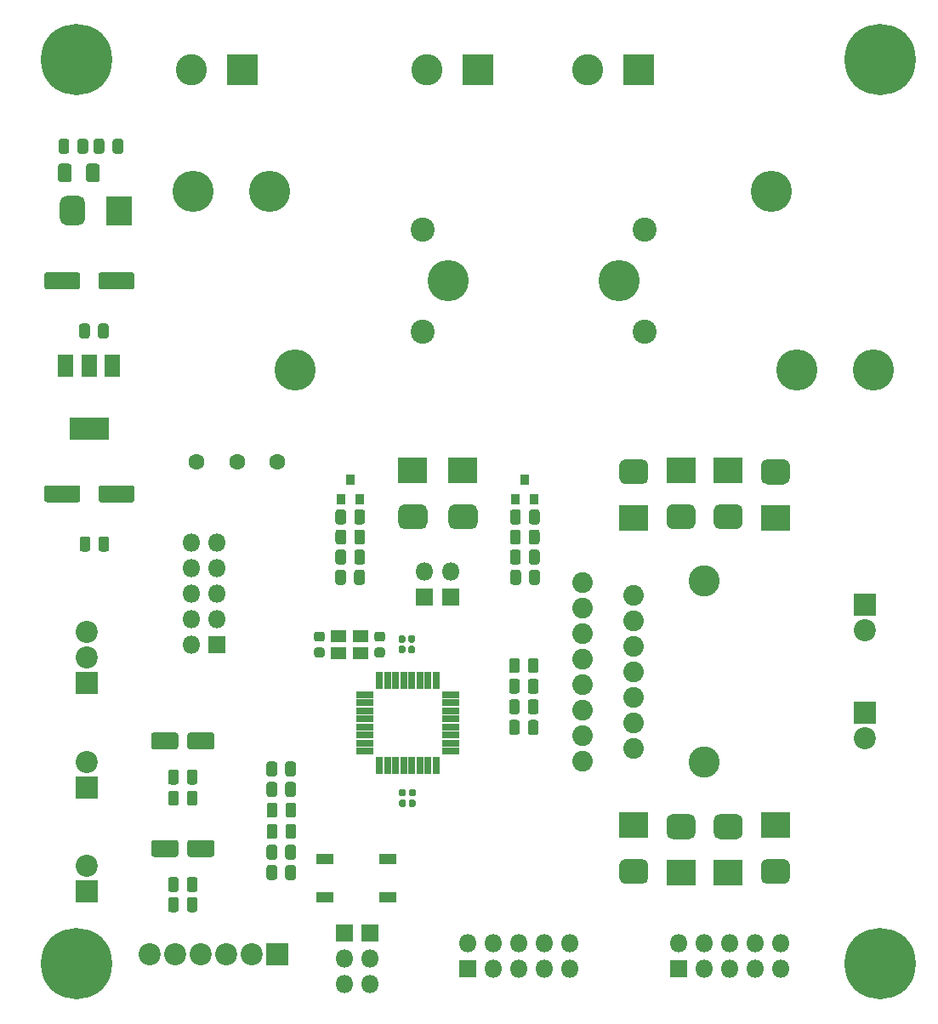
<source format=gbr>
%TF.GenerationSoftware,KiCad,Pcbnew,(5.1.6)-1*%
%TF.CreationDate,2022-04-28T16:11:12+09:00*%
%TF.ProjectId,FP-2500_TCU1000_V1.1,46502d32-3530-4305-9f54-435531303030,rev?*%
%TF.SameCoordinates,Original*%
%TF.FileFunction,Soldermask,Top*%
%TF.FilePolarity,Negative*%
%FSLAX46Y46*%
G04 Gerber Fmt 4.6, Leading zero omitted, Abs format (unit mm)*
G04 Created by KiCad (PCBNEW (5.1.6)-1) date 2022-04-28 16:11:12*
%MOMM*%
%LPD*%
G01*
G04 APERTURE LIST*
%ADD10C,3.100000*%
%ADD11O,1.800000X1.800000*%
%ADD12R,1.800000X1.800000*%
%ADD13C,4.100000*%
%ADD14C,2.400000*%
%ADD15C,2.200000*%
%ADD16R,2.200000X2.200000*%
%ADD17R,3.100000X3.100000*%
%ADD18R,1.700000X0.650000*%
%ADD19R,0.650000X1.700000*%
%ADD20R,1.500000X1.300000*%
%ADD21C,2.050000*%
%ADD22R,3.900000X2.300000*%
%ADD23R,1.600000X2.300000*%
%ADD24C,1.600000*%
%ADD25R,1.800000X1.100000*%
%ADD26R,0.900000X1.000000*%
%ADD27C,0.900000*%
%ADD28C,7.100000*%
%ADD29R,2.900000X2.500000*%
%ADD30R,2.500000X2.900000*%
G04 APERTURE END LIST*
D10*
%TO.C,HS1*%
X89500000Y-164900000D03*
X89500000Y-146900000D03*
%TD*%
D11*
%TO.C,J1*%
X76160000Y-182960000D03*
X76160000Y-185500000D03*
X73620000Y-182960000D03*
X73620000Y-185500000D03*
X71080000Y-182960000D03*
X71080000Y-185500000D03*
X68540000Y-182960000D03*
X68540000Y-185500000D03*
X66000000Y-182960000D03*
D12*
X66000000Y-185500000D03*
%TD*%
D11*
%TO.C,J2*%
X97160000Y-182960000D03*
X97160000Y-185500000D03*
X94620000Y-182960000D03*
X94620000Y-185500000D03*
X92080000Y-182960000D03*
X92080000Y-185500000D03*
X89540000Y-182960000D03*
X89540000Y-185500000D03*
X87000000Y-182960000D03*
D12*
X87000000Y-185500000D03*
%TD*%
D11*
%TO.C,J6*%
X38460000Y-143090000D03*
X41000000Y-143090000D03*
X38460000Y-145630000D03*
X41000000Y-145630000D03*
X38460000Y-148170000D03*
X41000000Y-148170000D03*
X38460000Y-150710000D03*
X41000000Y-150710000D03*
X38460000Y-153250000D03*
D12*
X41000000Y-153250000D03*
%TD*%
D11*
%TO.C,JP4*%
X53710000Y-187030000D03*
X53710000Y-184490000D03*
D12*
X53710000Y-181950000D03*
%TD*%
D13*
%TO.C,RLY1*%
X38660000Y-108100000D03*
X48800000Y-125900000D03*
D14*
X61460000Y-122100000D03*
D13*
X64000000Y-117000000D03*
D14*
X61460000Y-111900000D03*
D13*
X46260000Y-108100000D03*
%TD*%
%TO.C,C6*%
G36*
G01*
X60090000Y-169197500D02*
X60090000Y-168802500D01*
G75*
G02*
X60262500Y-168630000I172500J0D01*
G01*
X60607500Y-168630000D01*
G75*
G02*
X60780000Y-168802500I0J-172500D01*
G01*
X60780000Y-169197500D01*
G75*
G02*
X60607500Y-169370000I-172500J0D01*
G01*
X60262500Y-169370000D01*
G75*
G02*
X60090000Y-169197500I0J172500D01*
G01*
G37*
G36*
G01*
X59120000Y-169197500D02*
X59120000Y-168802500D01*
G75*
G02*
X59292500Y-168630000I172500J0D01*
G01*
X59637500Y-168630000D01*
G75*
G02*
X59810000Y-168802500I0J-172500D01*
G01*
X59810000Y-169197500D01*
G75*
G02*
X59637500Y-169370000I-172500J0D01*
G01*
X59292500Y-169370000D01*
G75*
G02*
X59120000Y-169197500I0J172500D01*
G01*
G37*
%TD*%
%TO.C,C8*%
G36*
G01*
X59760000Y-152452500D02*
X59760000Y-152847500D01*
G75*
G02*
X59587500Y-153020000I-172500J0D01*
G01*
X59242500Y-153020000D01*
G75*
G02*
X59070000Y-152847500I0J172500D01*
G01*
X59070000Y-152452500D01*
G75*
G02*
X59242500Y-152280000I172500J0D01*
G01*
X59587500Y-152280000D01*
G75*
G02*
X59760000Y-152452500I0J-172500D01*
G01*
G37*
G36*
G01*
X60730000Y-152452500D02*
X60730000Y-152847500D01*
G75*
G02*
X60557500Y-153020000I-172500J0D01*
G01*
X60212500Y-153020000D01*
G75*
G02*
X60040000Y-152847500I0J172500D01*
G01*
X60040000Y-152452500D01*
G75*
G02*
X60212500Y-152280000I172500J0D01*
G01*
X60557500Y-152280000D01*
G75*
G02*
X60730000Y-152452500I0J-172500D01*
G01*
G37*
%TD*%
%TO.C,C7*%
G36*
G01*
X59760000Y-153502500D02*
X59760000Y-153897500D01*
G75*
G02*
X59587500Y-154070000I-172500J0D01*
G01*
X59242500Y-154070000D01*
G75*
G02*
X59070000Y-153897500I0J172500D01*
G01*
X59070000Y-153502500D01*
G75*
G02*
X59242500Y-153330000I172500J0D01*
G01*
X59587500Y-153330000D01*
G75*
G02*
X59760000Y-153502500I0J-172500D01*
G01*
G37*
G36*
G01*
X60730000Y-153502500D02*
X60730000Y-153897500D01*
G75*
G02*
X60557500Y-154070000I-172500J0D01*
G01*
X60212500Y-154070000D01*
G75*
G02*
X60040000Y-153897500I0J172500D01*
G01*
X60040000Y-153502500D01*
G75*
G02*
X60212500Y-153330000I172500J0D01*
G01*
X60557500Y-153330000D01*
G75*
G02*
X60730000Y-153502500I0J-172500D01*
G01*
G37*
%TD*%
D15*
%TO.C,J10*%
X105500000Y-162540000D03*
D16*
X105500000Y-160000000D03*
%TD*%
D15*
%TO.C,J9*%
X105500000Y-151790000D03*
D16*
X105500000Y-149250000D03*
%TD*%
D10*
%TO.C,J5*%
X77920000Y-96000000D03*
D17*
X83000000Y-96000000D03*
%TD*%
D10*
%TO.C,J4*%
X61920000Y-96000000D03*
D17*
X67000000Y-96000000D03*
%TD*%
D15*
%TO.C,J8*%
X28000000Y-164860000D03*
D16*
X28000000Y-167400000D03*
%TD*%
D15*
%TO.C,J7*%
X28000000Y-175260000D03*
D16*
X28000000Y-177800000D03*
%TD*%
D18*
%TO.C,U2*%
X64250000Y-158200000D03*
X64250000Y-159000000D03*
X64250000Y-159800000D03*
X64250000Y-160600000D03*
X64250000Y-161400000D03*
X64250000Y-162200000D03*
X64250000Y-163000000D03*
X64250000Y-163800000D03*
D19*
X62800000Y-165250000D03*
X62000000Y-165250000D03*
X61200000Y-165250000D03*
X60400000Y-165250000D03*
X59600000Y-165250000D03*
X58800000Y-165250000D03*
X58000000Y-165250000D03*
X57200000Y-165250000D03*
D18*
X55750000Y-163800000D03*
X55750000Y-163000000D03*
X55750000Y-162200000D03*
X55750000Y-161400000D03*
X55750000Y-160600000D03*
X55750000Y-159800000D03*
X55750000Y-159000000D03*
X55750000Y-158200000D03*
D19*
X57200000Y-156750000D03*
X58000000Y-156750000D03*
X58800000Y-156750000D03*
X59600000Y-156750000D03*
X60400000Y-156750000D03*
X61200000Y-156750000D03*
X62000000Y-156750000D03*
X62800000Y-156750000D03*
%TD*%
D20*
%TO.C,Y1*%
X55300000Y-154050000D03*
X53100000Y-154050000D03*
X53100000Y-152350000D03*
X55300000Y-152350000D03*
%TD*%
D21*
%TO.C,U3*%
X77420000Y-164790000D03*
X82500000Y-163520000D03*
X77420000Y-162250000D03*
X82500000Y-160980000D03*
X77420000Y-159710000D03*
X82500000Y-158440000D03*
X77420000Y-157170000D03*
X82500000Y-155900000D03*
X77420000Y-154630000D03*
X82500000Y-153360000D03*
X77420000Y-152090000D03*
X82500000Y-150820000D03*
X77420000Y-149550000D03*
X82500000Y-148280000D03*
X77420000Y-147010000D03*
%TD*%
D22*
%TO.C,U1*%
X28250000Y-131750000D03*
D23*
X30550000Y-125450000D03*
X28250000Y-125450000D03*
X25950000Y-125450000D03*
%TD*%
D24*
%TO.C,TP3*%
X47000000Y-135000000D03*
%TD*%
%TO.C,TP2*%
X39000000Y-135000000D03*
%TD*%
%TO.C,TP1*%
X43000000Y-135000000D03*
%TD*%
D25*
%TO.C,S1*%
X58050000Y-178350000D03*
X51750000Y-178350000D03*
X58050000Y-174550000D03*
X51750000Y-174550000D03*
%TD*%
D13*
%TO.C,RLY2*%
X106340000Y-125900000D03*
X96200000Y-108100000D03*
D14*
X83540000Y-111900000D03*
D13*
X81000000Y-117000000D03*
D14*
X83540000Y-122100000D03*
D13*
X98740000Y-125900000D03*
%TD*%
%TO.C,R19*%
G36*
G01*
X47800000Y-166081250D02*
X47800000Y-165118750D01*
G75*
G02*
X48068750Y-164850000I268750J0D01*
G01*
X48606250Y-164850000D01*
G75*
G02*
X48875000Y-165118750I0J-268750D01*
G01*
X48875000Y-166081250D01*
G75*
G02*
X48606250Y-166350000I-268750J0D01*
G01*
X48068750Y-166350000D01*
G75*
G02*
X47800000Y-166081250I0J268750D01*
G01*
G37*
G36*
G01*
X45925000Y-166081250D02*
X45925000Y-165118750D01*
G75*
G02*
X46193750Y-164850000I268750J0D01*
G01*
X46731250Y-164850000D01*
G75*
G02*
X47000000Y-165118750I0J-268750D01*
G01*
X47000000Y-166081250D01*
G75*
G02*
X46731250Y-166350000I-268750J0D01*
G01*
X46193750Y-166350000D01*
G75*
G02*
X45925000Y-166081250I0J268750D01*
G01*
G37*
%TD*%
%TO.C,R18*%
G36*
G01*
X71950000Y-155781250D02*
X71950000Y-154818750D01*
G75*
G02*
X72218750Y-154550000I268750J0D01*
G01*
X72756250Y-154550000D01*
G75*
G02*
X73025000Y-154818750I0J-268750D01*
G01*
X73025000Y-155781250D01*
G75*
G02*
X72756250Y-156050000I-268750J0D01*
G01*
X72218750Y-156050000D01*
G75*
G02*
X71950000Y-155781250I0J268750D01*
G01*
G37*
G36*
G01*
X70075000Y-155781250D02*
X70075000Y-154818750D01*
G75*
G02*
X70343750Y-154550000I268750J0D01*
G01*
X70881250Y-154550000D01*
G75*
G02*
X71150000Y-154818750I0J-268750D01*
G01*
X71150000Y-155781250D01*
G75*
G02*
X70881250Y-156050000I-268750J0D01*
G01*
X70343750Y-156050000D01*
G75*
G02*
X70075000Y-155781250I0J268750D01*
G01*
G37*
%TD*%
%TO.C,R17*%
G36*
G01*
X71950000Y-157831250D02*
X71950000Y-156868750D01*
G75*
G02*
X72218750Y-156600000I268750J0D01*
G01*
X72756250Y-156600000D01*
G75*
G02*
X73025000Y-156868750I0J-268750D01*
G01*
X73025000Y-157831250D01*
G75*
G02*
X72756250Y-158100000I-268750J0D01*
G01*
X72218750Y-158100000D01*
G75*
G02*
X71950000Y-157831250I0J268750D01*
G01*
G37*
G36*
G01*
X70075000Y-157831250D02*
X70075000Y-156868750D01*
G75*
G02*
X70343750Y-156600000I268750J0D01*
G01*
X70881250Y-156600000D01*
G75*
G02*
X71150000Y-156868750I0J-268750D01*
G01*
X71150000Y-157831250D01*
G75*
G02*
X70881250Y-158100000I-268750J0D01*
G01*
X70343750Y-158100000D01*
G75*
G02*
X70075000Y-157831250I0J268750D01*
G01*
G37*
%TD*%
%TO.C,R16*%
G36*
G01*
X71950000Y-159881250D02*
X71950000Y-158918750D01*
G75*
G02*
X72218750Y-158650000I268750J0D01*
G01*
X72756250Y-158650000D01*
G75*
G02*
X73025000Y-158918750I0J-268750D01*
G01*
X73025000Y-159881250D01*
G75*
G02*
X72756250Y-160150000I-268750J0D01*
G01*
X72218750Y-160150000D01*
G75*
G02*
X71950000Y-159881250I0J268750D01*
G01*
G37*
G36*
G01*
X70075000Y-159881250D02*
X70075000Y-158918750D01*
G75*
G02*
X70343750Y-158650000I268750J0D01*
G01*
X70881250Y-158650000D01*
G75*
G02*
X71150000Y-158918750I0J-268750D01*
G01*
X71150000Y-159881250D01*
G75*
G02*
X70881250Y-160150000I-268750J0D01*
G01*
X70343750Y-160150000D01*
G75*
G02*
X70075000Y-159881250I0J268750D01*
G01*
G37*
%TD*%
%TO.C,R15*%
G36*
G01*
X71950000Y-161931250D02*
X71950000Y-160968750D01*
G75*
G02*
X72218750Y-160700000I268750J0D01*
G01*
X72756250Y-160700000D01*
G75*
G02*
X73025000Y-160968750I0J-268750D01*
G01*
X73025000Y-161931250D01*
G75*
G02*
X72756250Y-162200000I-268750J0D01*
G01*
X72218750Y-162200000D01*
G75*
G02*
X71950000Y-161931250I0J268750D01*
G01*
G37*
G36*
G01*
X70075000Y-161931250D02*
X70075000Y-160968750D01*
G75*
G02*
X70343750Y-160700000I268750J0D01*
G01*
X70881250Y-160700000D01*
G75*
G02*
X71150000Y-160968750I0J-268750D01*
G01*
X71150000Y-161931250D01*
G75*
G02*
X70881250Y-162200000I-268750J0D01*
G01*
X70343750Y-162200000D01*
G75*
G02*
X70075000Y-161931250I0J268750D01*
G01*
G37*
%TD*%
%TO.C,R14*%
G36*
G01*
X38000000Y-168981250D02*
X38000000Y-168018750D01*
G75*
G02*
X38268750Y-167750000I268750J0D01*
G01*
X38806250Y-167750000D01*
G75*
G02*
X39075000Y-168018750I0J-268750D01*
G01*
X39075000Y-168981250D01*
G75*
G02*
X38806250Y-169250000I-268750J0D01*
G01*
X38268750Y-169250000D01*
G75*
G02*
X38000000Y-168981250I0J268750D01*
G01*
G37*
G36*
G01*
X36125000Y-168981250D02*
X36125000Y-168018750D01*
G75*
G02*
X36393750Y-167750000I268750J0D01*
G01*
X36931250Y-167750000D01*
G75*
G02*
X37200000Y-168018750I0J-268750D01*
G01*
X37200000Y-168981250D01*
G75*
G02*
X36931250Y-169250000I-268750J0D01*
G01*
X36393750Y-169250000D01*
G75*
G02*
X36125000Y-168981250I0J268750D01*
G01*
G37*
%TD*%
%TO.C,R13*%
G36*
G01*
X37200000Y-165918750D02*
X37200000Y-166881250D01*
G75*
G02*
X36931250Y-167150000I-268750J0D01*
G01*
X36393750Y-167150000D01*
G75*
G02*
X36125000Y-166881250I0J268750D01*
G01*
X36125000Y-165918750D01*
G75*
G02*
X36393750Y-165650000I268750J0D01*
G01*
X36931250Y-165650000D01*
G75*
G02*
X37200000Y-165918750I0J-268750D01*
G01*
G37*
G36*
G01*
X39075000Y-165918750D02*
X39075000Y-166881250D01*
G75*
G02*
X38806250Y-167150000I-268750J0D01*
G01*
X38268750Y-167150000D01*
G75*
G02*
X38000000Y-166881250I0J268750D01*
G01*
X38000000Y-165918750D01*
G75*
G02*
X38268750Y-165650000I268750J0D01*
G01*
X38806250Y-165650000D01*
G75*
G02*
X39075000Y-165918750I0J-268750D01*
G01*
G37*
%TD*%
%TO.C,R12*%
G36*
G01*
X38000000Y-179581250D02*
X38000000Y-178618750D01*
G75*
G02*
X38268750Y-178350000I268750J0D01*
G01*
X38806250Y-178350000D01*
G75*
G02*
X39075000Y-178618750I0J-268750D01*
G01*
X39075000Y-179581250D01*
G75*
G02*
X38806250Y-179850000I-268750J0D01*
G01*
X38268750Y-179850000D01*
G75*
G02*
X38000000Y-179581250I0J268750D01*
G01*
G37*
G36*
G01*
X36125000Y-179581250D02*
X36125000Y-178618750D01*
G75*
G02*
X36393750Y-178350000I268750J0D01*
G01*
X36931250Y-178350000D01*
G75*
G02*
X37200000Y-178618750I0J-268750D01*
G01*
X37200000Y-179581250D01*
G75*
G02*
X36931250Y-179850000I-268750J0D01*
G01*
X36393750Y-179850000D01*
G75*
G02*
X36125000Y-179581250I0J268750D01*
G01*
G37*
%TD*%
%TO.C,R11*%
G36*
G01*
X37200000Y-176618750D02*
X37200000Y-177581250D01*
G75*
G02*
X36931250Y-177850000I-268750J0D01*
G01*
X36393750Y-177850000D01*
G75*
G02*
X36125000Y-177581250I0J268750D01*
G01*
X36125000Y-176618750D01*
G75*
G02*
X36393750Y-176350000I268750J0D01*
G01*
X36931250Y-176350000D01*
G75*
G02*
X37200000Y-176618750I0J-268750D01*
G01*
G37*
G36*
G01*
X39075000Y-176618750D02*
X39075000Y-177581250D01*
G75*
G02*
X38806250Y-177850000I-268750J0D01*
G01*
X38268750Y-177850000D01*
G75*
G02*
X38000000Y-177581250I0J268750D01*
G01*
X38000000Y-176618750D01*
G75*
G02*
X38268750Y-176350000I268750J0D01*
G01*
X38806250Y-176350000D01*
G75*
G02*
X39075000Y-176618750I0J-268750D01*
G01*
G37*
%TD*%
%TO.C,R10*%
G36*
G01*
X47800000Y-176381250D02*
X47800000Y-175418750D01*
G75*
G02*
X48068750Y-175150000I268750J0D01*
G01*
X48606250Y-175150000D01*
G75*
G02*
X48875000Y-175418750I0J-268750D01*
G01*
X48875000Y-176381250D01*
G75*
G02*
X48606250Y-176650000I-268750J0D01*
G01*
X48068750Y-176650000D01*
G75*
G02*
X47800000Y-176381250I0J268750D01*
G01*
G37*
G36*
G01*
X45925000Y-176381250D02*
X45925000Y-175418750D01*
G75*
G02*
X46193750Y-175150000I268750J0D01*
G01*
X46731250Y-175150000D01*
G75*
G02*
X47000000Y-175418750I0J-268750D01*
G01*
X47000000Y-176381250D01*
G75*
G02*
X46731250Y-176650000I-268750J0D01*
G01*
X46193750Y-176650000D01*
G75*
G02*
X45925000Y-176381250I0J268750D01*
G01*
G37*
%TD*%
%TO.C,R9*%
G36*
G01*
X47800000Y-174357250D02*
X47800000Y-173394750D01*
G75*
G02*
X48068750Y-173126000I268750J0D01*
G01*
X48606250Y-173126000D01*
G75*
G02*
X48875000Y-173394750I0J-268750D01*
G01*
X48875000Y-174357250D01*
G75*
G02*
X48606250Y-174626000I-268750J0D01*
G01*
X48068750Y-174626000D01*
G75*
G02*
X47800000Y-174357250I0J268750D01*
G01*
G37*
G36*
G01*
X45925000Y-174357250D02*
X45925000Y-173394750D01*
G75*
G02*
X46193750Y-173126000I268750J0D01*
G01*
X46731250Y-173126000D01*
G75*
G02*
X47000000Y-173394750I0J-268750D01*
G01*
X47000000Y-174357250D01*
G75*
G02*
X46731250Y-174626000I-268750J0D01*
G01*
X46193750Y-174626000D01*
G75*
G02*
X45925000Y-174357250I0J268750D01*
G01*
G37*
%TD*%
%TO.C,R8*%
G36*
G01*
X71250000Y-140018750D02*
X71250000Y-140981250D01*
G75*
G02*
X70981250Y-141250000I-268750J0D01*
G01*
X70443750Y-141250000D01*
G75*
G02*
X70175000Y-140981250I0J268750D01*
G01*
X70175000Y-140018750D01*
G75*
G02*
X70443750Y-139750000I268750J0D01*
G01*
X70981250Y-139750000D01*
G75*
G02*
X71250000Y-140018750I0J-268750D01*
G01*
G37*
G36*
G01*
X73125000Y-140018750D02*
X73125000Y-140981250D01*
G75*
G02*
X72856250Y-141250000I-268750J0D01*
G01*
X72318750Y-141250000D01*
G75*
G02*
X72050000Y-140981250I0J268750D01*
G01*
X72050000Y-140018750D01*
G75*
G02*
X72318750Y-139750000I268750J0D01*
G01*
X72856250Y-139750000D01*
G75*
G02*
X73125000Y-140018750I0J-268750D01*
G01*
G37*
%TD*%
%TO.C,R7*%
G36*
G01*
X72050000Y-144981250D02*
X72050000Y-144018750D01*
G75*
G02*
X72318750Y-143750000I268750J0D01*
G01*
X72856250Y-143750000D01*
G75*
G02*
X73125000Y-144018750I0J-268750D01*
G01*
X73125000Y-144981250D01*
G75*
G02*
X72856250Y-145250000I-268750J0D01*
G01*
X72318750Y-145250000D01*
G75*
G02*
X72050000Y-144981250I0J268750D01*
G01*
G37*
G36*
G01*
X70175000Y-144981250D02*
X70175000Y-144018750D01*
G75*
G02*
X70443750Y-143750000I268750J0D01*
G01*
X70981250Y-143750000D01*
G75*
G02*
X71250000Y-144018750I0J-268750D01*
G01*
X71250000Y-144981250D01*
G75*
G02*
X70981250Y-145250000I-268750J0D01*
G01*
X70443750Y-145250000D01*
G75*
G02*
X70175000Y-144981250I0J268750D01*
G01*
G37*
%TD*%
%TO.C,R6*%
G36*
G01*
X71250000Y-142018750D02*
X71250000Y-142981250D01*
G75*
G02*
X70981250Y-143250000I-268750J0D01*
G01*
X70443750Y-143250000D01*
G75*
G02*
X70175000Y-142981250I0J268750D01*
G01*
X70175000Y-142018750D01*
G75*
G02*
X70443750Y-141750000I268750J0D01*
G01*
X70981250Y-141750000D01*
G75*
G02*
X71250000Y-142018750I0J-268750D01*
G01*
G37*
G36*
G01*
X73125000Y-142018750D02*
X73125000Y-142981250D01*
G75*
G02*
X72856250Y-143250000I-268750J0D01*
G01*
X72318750Y-143250000D01*
G75*
G02*
X72050000Y-142981250I0J268750D01*
G01*
X72050000Y-142018750D01*
G75*
G02*
X72318750Y-141750000I268750J0D01*
G01*
X72856250Y-141750000D01*
G75*
G02*
X73125000Y-142018750I0J-268750D01*
G01*
G37*
%TD*%
%TO.C,R5*%
G36*
G01*
X54670000Y-140981250D02*
X54670000Y-140018750D01*
G75*
G02*
X54938750Y-139750000I268750J0D01*
G01*
X55476250Y-139750000D01*
G75*
G02*
X55745000Y-140018750I0J-268750D01*
G01*
X55745000Y-140981250D01*
G75*
G02*
X55476250Y-141250000I-268750J0D01*
G01*
X54938750Y-141250000D01*
G75*
G02*
X54670000Y-140981250I0J268750D01*
G01*
G37*
G36*
G01*
X52795000Y-140981250D02*
X52795000Y-140018750D01*
G75*
G02*
X53063750Y-139750000I268750J0D01*
G01*
X53601250Y-139750000D01*
G75*
G02*
X53870000Y-140018750I0J-268750D01*
G01*
X53870000Y-140981250D01*
G75*
G02*
X53601250Y-141250000I-268750J0D01*
G01*
X53063750Y-141250000D01*
G75*
G02*
X52795000Y-140981250I0J268750D01*
G01*
G37*
%TD*%
%TO.C,R4*%
G36*
G01*
X53870000Y-144018750D02*
X53870000Y-144981250D01*
G75*
G02*
X53601250Y-145250000I-268750J0D01*
G01*
X53063750Y-145250000D01*
G75*
G02*
X52795000Y-144981250I0J268750D01*
G01*
X52795000Y-144018750D01*
G75*
G02*
X53063750Y-143750000I268750J0D01*
G01*
X53601250Y-143750000D01*
G75*
G02*
X53870000Y-144018750I0J-268750D01*
G01*
G37*
G36*
G01*
X55745000Y-144018750D02*
X55745000Y-144981250D01*
G75*
G02*
X55476250Y-145250000I-268750J0D01*
G01*
X54938750Y-145250000D01*
G75*
G02*
X54670000Y-144981250I0J268750D01*
G01*
X54670000Y-144018750D01*
G75*
G02*
X54938750Y-143750000I268750J0D01*
G01*
X55476250Y-143750000D01*
G75*
G02*
X55745000Y-144018750I0J-268750D01*
G01*
G37*
%TD*%
%TO.C,R3*%
G36*
G01*
X54670000Y-142981250D02*
X54670000Y-142018750D01*
G75*
G02*
X54938750Y-141750000I268750J0D01*
G01*
X55476250Y-141750000D01*
G75*
G02*
X55745000Y-142018750I0J-268750D01*
G01*
X55745000Y-142981250D01*
G75*
G02*
X55476250Y-143250000I-268750J0D01*
G01*
X54938750Y-143250000D01*
G75*
G02*
X54670000Y-142981250I0J268750D01*
G01*
G37*
G36*
G01*
X52795000Y-142981250D02*
X52795000Y-142018750D01*
G75*
G02*
X53063750Y-141750000I268750J0D01*
G01*
X53601250Y-141750000D01*
G75*
G02*
X53870000Y-142018750I0J-268750D01*
G01*
X53870000Y-142981250D01*
G75*
G02*
X53601250Y-143250000I-268750J0D01*
G01*
X53063750Y-143250000D01*
G75*
G02*
X52795000Y-142981250I0J268750D01*
G01*
G37*
%TD*%
%TO.C,R2*%
G36*
G01*
X47800000Y-168105250D02*
X47800000Y-167142750D01*
G75*
G02*
X48068750Y-166874000I268750J0D01*
G01*
X48606250Y-166874000D01*
G75*
G02*
X48875000Y-167142750I0J-268750D01*
G01*
X48875000Y-168105250D01*
G75*
G02*
X48606250Y-168374000I-268750J0D01*
G01*
X48068750Y-168374000D01*
G75*
G02*
X47800000Y-168105250I0J268750D01*
G01*
G37*
G36*
G01*
X45925000Y-168105250D02*
X45925000Y-167142750D01*
G75*
G02*
X46193750Y-166874000I268750J0D01*
G01*
X46731250Y-166874000D01*
G75*
G02*
X47000000Y-167142750I0J-268750D01*
G01*
X47000000Y-168105250D01*
G75*
G02*
X46731250Y-168374000I-268750J0D01*
G01*
X46193750Y-168374000D01*
G75*
G02*
X45925000Y-168105250I0J268750D01*
G01*
G37*
%TD*%
%TO.C,R1*%
G36*
G01*
X29800000Y-103118750D02*
X29800000Y-104081250D01*
G75*
G02*
X29531250Y-104350000I-268750J0D01*
G01*
X28993750Y-104350000D01*
G75*
G02*
X28725000Y-104081250I0J268750D01*
G01*
X28725000Y-103118750D01*
G75*
G02*
X28993750Y-102850000I268750J0D01*
G01*
X29531250Y-102850000D01*
G75*
G02*
X29800000Y-103118750I0J-268750D01*
G01*
G37*
G36*
G01*
X31675000Y-103118750D02*
X31675000Y-104081250D01*
G75*
G02*
X31406250Y-104350000I-268750J0D01*
G01*
X30868750Y-104350000D01*
G75*
G02*
X30600000Y-104081250I0J268750D01*
G01*
X30600000Y-103118750D01*
G75*
G02*
X30868750Y-102850000I268750J0D01*
G01*
X31406250Y-102850000D01*
G75*
G02*
X31675000Y-103118750I0J-268750D01*
G01*
G37*
%TD*%
D26*
%TO.C,Q2*%
X71650000Y-136750000D03*
X72600000Y-138750000D03*
X70700000Y-138750000D03*
%TD*%
%TO.C,Q1*%
X54270000Y-136750000D03*
X55220000Y-138750000D03*
X53320000Y-138750000D03*
%TD*%
D11*
%TO.C,JP3*%
X56250000Y-187030000D03*
X56250000Y-184490000D03*
D12*
X56250000Y-181950000D03*
%TD*%
D11*
%TO.C,JP2*%
X64300000Y-145960000D03*
D12*
X64300000Y-148500000D03*
%TD*%
D11*
%TO.C,JP1*%
X61650000Y-145960000D03*
D12*
X61650000Y-148500000D03*
%TD*%
D15*
%TO.C,J12*%
X28000000Y-151960000D03*
X28000000Y-154500000D03*
D16*
X28000000Y-157040000D03*
%TD*%
D15*
%TO.C,J11*%
X34300000Y-184000000D03*
X36840000Y-184000000D03*
X39380000Y-184000000D03*
X41920000Y-184000000D03*
X44460000Y-184000000D03*
D16*
X47000000Y-184000000D03*
%TD*%
D10*
%TO.C,J3*%
X38420000Y-96000000D03*
D17*
X43500000Y-96000000D03*
%TD*%
D27*
%TO.C,H4*%
X108856155Y-93143845D03*
X107000000Y-92375000D03*
X105143845Y-93143845D03*
X104375000Y-95000000D03*
X105143845Y-96856155D03*
X107000000Y-97625000D03*
X108856155Y-96856155D03*
X109625000Y-95000000D03*
D28*
X107000000Y-95000000D03*
%TD*%
D27*
%TO.C,H3*%
X108856155Y-183143845D03*
X107000000Y-182375000D03*
X105143845Y-183143845D03*
X104375000Y-185000000D03*
X105143845Y-186856155D03*
X107000000Y-187625000D03*
X108856155Y-186856155D03*
X109625000Y-185000000D03*
D28*
X107000000Y-185000000D03*
%TD*%
D27*
%TO.C,H2*%
X28856155Y-183143845D03*
X27000000Y-182375000D03*
X25143845Y-183143845D03*
X24375000Y-185000000D03*
X25143845Y-186856155D03*
X27000000Y-187625000D03*
X28856155Y-186856155D03*
X29625000Y-185000000D03*
D28*
X27000000Y-185000000D03*
%TD*%
D27*
%TO.C,H1*%
X28856155Y-93143845D03*
X27000000Y-92375000D03*
X25143845Y-93143845D03*
X24375000Y-95000000D03*
X25143845Y-96856155D03*
X27000000Y-97625000D03*
X28856155Y-96856155D03*
X29625000Y-95000000D03*
D28*
X27000000Y-95000000D03*
%TD*%
%TO.C,F1*%
G36*
G01*
X27975000Y-106905000D02*
X27975000Y-105595000D01*
G75*
G02*
X28245000Y-105325000I270000J0D01*
G01*
X29055000Y-105325000D01*
G75*
G02*
X29325000Y-105595000I0J-270000D01*
G01*
X29325000Y-106905000D01*
G75*
G02*
X29055000Y-107175000I-270000J0D01*
G01*
X28245000Y-107175000D01*
G75*
G02*
X27975000Y-106905000I0J270000D01*
G01*
G37*
G36*
G01*
X25175000Y-106905000D02*
X25175000Y-105595000D01*
G75*
G02*
X25445000Y-105325000I270000J0D01*
G01*
X26255000Y-105325000D01*
G75*
G02*
X26525000Y-105595000I0J-270000D01*
G01*
X26525000Y-106905000D01*
G75*
G02*
X26255000Y-107175000I-270000J0D01*
G01*
X25445000Y-107175000D01*
G75*
G02*
X25175000Y-106905000I0J270000D01*
G01*
G37*
%TD*%
D29*
%TO.C,D16*%
X96600000Y-171200000D03*
G36*
G01*
X97425000Y-177050000D02*
X95775000Y-177050000D01*
G75*
G02*
X95150000Y-176425000I0J625000D01*
G01*
X95150000Y-175175000D01*
G75*
G02*
X95775000Y-174550000I625000J0D01*
G01*
X97425000Y-174550000D01*
G75*
G02*
X98050000Y-175175000I0J-625000D01*
G01*
X98050000Y-176425000D01*
G75*
G02*
X97425000Y-177050000I-625000J0D01*
G01*
G37*
%TD*%
%TO.C,D15*%
X82500000Y-171200000D03*
G36*
G01*
X83325000Y-177050000D02*
X81675000Y-177050000D01*
G75*
G02*
X81050000Y-176425000I0J625000D01*
G01*
X81050000Y-175175000D01*
G75*
G02*
X81675000Y-174550000I625000J0D01*
G01*
X83325000Y-174550000D01*
G75*
G02*
X83950000Y-175175000I0J-625000D01*
G01*
X83950000Y-176425000D01*
G75*
G02*
X83325000Y-177050000I-625000J0D01*
G01*
G37*
%TD*%
%TO.C,D14*%
X82500000Y-140600000D03*
G36*
G01*
X81675000Y-134750000D02*
X83325000Y-134750000D01*
G75*
G02*
X83950000Y-135375000I0J-625000D01*
G01*
X83950000Y-136625000D01*
G75*
G02*
X83325000Y-137250000I-625000J0D01*
G01*
X81675000Y-137250000D01*
G75*
G02*
X81050000Y-136625000I0J625000D01*
G01*
X81050000Y-135375000D01*
G75*
G02*
X81675000Y-134750000I625000J0D01*
G01*
G37*
%TD*%
%TO.C,D13*%
X96600000Y-140610000D03*
G36*
G01*
X95775000Y-134760000D02*
X97425000Y-134760000D01*
G75*
G02*
X98050000Y-135385000I0J-625000D01*
G01*
X98050000Y-136635000D01*
G75*
G02*
X97425000Y-137260000I-625000J0D01*
G01*
X95775000Y-137260000D01*
G75*
G02*
X95150000Y-136635000I0J625000D01*
G01*
X95150000Y-135385000D01*
G75*
G02*
X95775000Y-134760000I625000J0D01*
G01*
G37*
%TD*%
%TO.C,D12*%
X91900000Y-175930000D03*
G36*
G01*
X91075000Y-170080000D02*
X92725000Y-170080000D01*
G75*
G02*
X93350000Y-170705000I0J-625000D01*
G01*
X93350000Y-171955000D01*
G75*
G02*
X92725000Y-172580000I-625000J0D01*
G01*
X91075000Y-172580000D01*
G75*
G02*
X90450000Y-171955000I0J625000D01*
G01*
X90450000Y-170705000D01*
G75*
G02*
X91075000Y-170080000I625000J0D01*
G01*
G37*
%TD*%
%TO.C,D11*%
X87200000Y-175930000D03*
G36*
G01*
X86375000Y-170080000D02*
X88025000Y-170080000D01*
G75*
G02*
X88650000Y-170705000I0J-625000D01*
G01*
X88650000Y-171955000D01*
G75*
G02*
X88025000Y-172580000I-625000J0D01*
G01*
X86375000Y-172580000D01*
G75*
G02*
X85750000Y-171955000I0J625000D01*
G01*
X85750000Y-170705000D01*
G75*
G02*
X86375000Y-170080000I625000J0D01*
G01*
G37*
%TD*%
%TO.C,D10*%
X87200000Y-135870000D03*
G36*
G01*
X88025000Y-141720000D02*
X86375000Y-141720000D01*
G75*
G02*
X85750000Y-141095000I0J625000D01*
G01*
X85750000Y-139845000D01*
G75*
G02*
X86375000Y-139220000I625000J0D01*
G01*
X88025000Y-139220000D01*
G75*
G02*
X88650000Y-139845000I0J-625000D01*
G01*
X88650000Y-141095000D01*
G75*
G02*
X88025000Y-141720000I-625000J0D01*
G01*
G37*
%TD*%
%TO.C,D9*%
X91900000Y-135870000D03*
G36*
G01*
X92725000Y-141720000D02*
X91075000Y-141720000D01*
G75*
G02*
X90450000Y-141095000I0J625000D01*
G01*
X90450000Y-139845000D01*
G75*
G02*
X91075000Y-139220000I625000J0D01*
G01*
X92725000Y-139220000D01*
G75*
G02*
X93350000Y-139845000I0J-625000D01*
G01*
X93350000Y-141095000D01*
G75*
G02*
X92725000Y-141720000I-625000J0D01*
G01*
G37*
%TD*%
%TO.C,D8*%
G36*
G01*
X47820000Y-172288250D02*
X47820000Y-171325750D01*
G75*
G02*
X48088750Y-171057000I268750J0D01*
G01*
X48626250Y-171057000D01*
G75*
G02*
X48895000Y-171325750I0J-268750D01*
G01*
X48895000Y-172288250D01*
G75*
G02*
X48626250Y-172557000I-268750J0D01*
G01*
X48088750Y-172557000D01*
G75*
G02*
X47820000Y-172288250I0J268750D01*
G01*
G37*
G36*
G01*
X45945000Y-172288250D02*
X45945000Y-171325750D01*
G75*
G02*
X46213750Y-171057000I268750J0D01*
G01*
X46751250Y-171057000D01*
G75*
G02*
X47020000Y-171325750I0J-268750D01*
G01*
X47020000Y-172288250D01*
G75*
G02*
X46751250Y-172557000I-268750J0D01*
G01*
X46213750Y-172557000D01*
G75*
G02*
X45945000Y-172288250I0J268750D01*
G01*
G37*
%TD*%
%TO.C,D7*%
G36*
G01*
X72070000Y-146981250D02*
X72070000Y-146018750D01*
G75*
G02*
X72338750Y-145750000I268750J0D01*
G01*
X72876250Y-145750000D01*
G75*
G02*
X73145000Y-146018750I0J-268750D01*
G01*
X73145000Y-146981250D01*
G75*
G02*
X72876250Y-147250000I-268750J0D01*
G01*
X72338750Y-147250000D01*
G75*
G02*
X72070000Y-146981250I0J268750D01*
G01*
G37*
G36*
G01*
X70195000Y-146981250D02*
X70195000Y-146018750D01*
G75*
G02*
X70463750Y-145750000I268750J0D01*
G01*
X71001250Y-145750000D01*
G75*
G02*
X71270000Y-146018750I0J-268750D01*
G01*
X71270000Y-146981250D01*
G75*
G02*
X71001250Y-147250000I-268750J0D01*
G01*
X70463750Y-147250000D01*
G75*
G02*
X70195000Y-146981250I0J268750D01*
G01*
G37*
%TD*%
%TO.C,D6*%
G36*
G01*
X53850000Y-146018750D02*
X53850000Y-146981250D01*
G75*
G02*
X53581250Y-147250000I-268750J0D01*
G01*
X53043750Y-147250000D01*
G75*
G02*
X52775000Y-146981250I0J268750D01*
G01*
X52775000Y-146018750D01*
G75*
G02*
X53043750Y-145750000I268750J0D01*
G01*
X53581250Y-145750000D01*
G75*
G02*
X53850000Y-146018750I0J-268750D01*
G01*
G37*
G36*
G01*
X55725000Y-146018750D02*
X55725000Y-146981250D01*
G75*
G02*
X55456250Y-147250000I-268750J0D01*
G01*
X54918750Y-147250000D01*
G75*
G02*
X54650000Y-146981250I0J268750D01*
G01*
X54650000Y-146018750D01*
G75*
G02*
X54918750Y-145750000I268750J0D01*
G01*
X55456250Y-145750000D01*
G75*
G02*
X55725000Y-146018750I0J-268750D01*
G01*
G37*
%TD*%
%TO.C,D5*%
X65500000Y-135880000D03*
G36*
G01*
X66325000Y-141730000D02*
X64675000Y-141730000D01*
G75*
G02*
X64050000Y-141105000I0J625000D01*
G01*
X64050000Y-139855000D01*
G75*
G02*
X64675000Y-139230000I625000J0D01*
G01*
X66325000Y-139230000D01*
G75*
G02*
X66950000Y-139855000I0J-625000D01*
G01*
X66950000Y-141105000D01*
G75*
G02*
X66325000Y-141730000I-625000J0D01*
G01*
G37*
%TD*%
%TO.C,D4*%
X60500000Y-135880000D03*
G36*
G01*
X61325000Y-141730000D02*
X59675000Y-141730000D01*
G75*
G02*
X59050000Y-141105000I0J625000D01*
G01*
X59050000Y-139855000D01*
G75*
G02*
X59675000Y-139230000I625000J0D01*
G01*
X61325000Y-139230000D01*
G75*
G02*
X61950000Y-139855000I0J-625000D01*
G01*
X61950000Y-141105000D01*
G75*
G02*
X61325000Y-141730000I-625000J0D01*
G01*
G37*
%TD*%
%TO.C,D3*%
G36*
G01*
X47820000Y-170174250D02*
X47820000Y-169211750D01*
G75*
G02*
X48088750Y-168943000I268750J0D01*
G01*
X48626250Y-168943000D01*
G75*
G02*
X48895000Y-169211750I0J-268750D01*
G01*
X48895000Y-170174250D01*
G75*
G02*
X48626250Y-170443000I-268750J0D01*
G01*
X48088750Y-170443000D01*
G75*
G02*
X47820000Y-170174250I0J268750D01*
G01*
G37*
G36*
G01*
X45945000Y-170174250D02*
X45945000Y-169211750D01*
G75*
G02*
X46213750Y-168943000I268750J0D01*
G01*
X46751250Y-168943000D01*
G75*
G02*
X47020000Y-169211750I0J-268750D01*
G01*
X47020000Y-170174250D01*
G75*
G02*
X46751250Y-170443000I-268750J0D01*
G01*
X46213750Y-170443000D01*
G75*
G02*
X45945000Y-170174250I0J268750D01*
G01*
G37*
%TD*%
%TO.C,D2*%
G36*
G01*
X27100000Y-104081250D02*
X27100000Y-103118750D01*
G75*
G02*
X27368750Y-102850000I268750J0D01*
G01*
X27906250Y-102850000D01*
G75*
G02*
X28175000Y-103118750I0J-268750D01*
G01*
X28175000Y-104081250D01*
G75*
G02*
X27906250Y-104350000I-268750J0D01*
G01*
X27368750Y-104350000D01*
G75*
G02*
X27100000Y-104081250I0J268750D01*
G01*
G37*
G36*
G01*
X25225000Y-104081250D02*
X25225000Y-103118750D01*
G75*
G02*
X25493750Y-102850000I268750J0D01*
G01*
X26031250Y-102850000D01*
G75*
G02*
X26300000Y-103118750I0J-268750D01*
G01*
X26300000Y-104081250D01*
G75*
G02*
X26031250Y-104350000I-268750J0D01*
G01*
X25493750Y-104350000D01*
G75*
G02*
X25225000Y-104081250I0J268750D01*
G01*
G37*
%TD*%
D30*
%TO.C,D1*%
X31220000Y-110000000D03*
G36*
G01*
X25370000Y-110825000D02*
X25370000Y-109175000D01*
G75*
G02*
X25995000Y-108550000I625000J0D01*
G01*
X27245000Y-108550000D01*
G75*
G02*
X27870000Y-109175000I0J-625000D01*
G01*
X27870000Y-110825000D01*
G75*
G02*
X27245000Y-111450000I-625000J0D01*
G01*
X25995000Y-111450000D01*
G75*
G02*
X25370000Y-110825000I0J625000D01*
G01*
G37*
%TD*%
%TO.C,C12*%
G36*
G01*
X38050000Y-163384375D02*
X38050000Y-162215625D01*
G75*
G02*
X38315625Y-161950000I265625J0D01*
G01*
X40484375Y-161950000D01*
G75*
G02*
X40750000Y-162215625I0J-265625D01*
G01*
X40750000Y-163384375D01*
G75*
G02*
X40484375Y-163650000I-265625J0D01*
G01*
X38315625Y-163650000D01*
G75*
G02*
X38050000Y-163384375I0J265625D01*
G01*
G37*
G36*
G01*
X34450000Y-163384375D02*
X34450000Y-162215625D01*
G75*
G02*
X34715625Y-161950000I265625J0D01*
G01*
X36884375Y-161950000D01*
G75*
G02*
X37150000Y-162215625I0J-265625D01*
G01*
X37150000Y-163384375D01*
G75*
G02*
X36884375Y-163650000I-265625J0D01*
G01*
X34715625Y-163650000D01*
G75*
G02*
X34450000Y-163384375I0J265625D01*
G01*
G37*
%TD*%
%TO.C,C11*%
G36*
G01*
X38050000Y-174084375D02*
X38050000Y-172915625D01*
G75*
G02*
X38315625Y-172650000I265625J0D01*
G01*
X40484375Y-172650000D01*
G75*
G02*
X40750000Y-172915625I0J-265625D01*
G01*
X40750000Y-174084375D01*
G75*
G02*
X40484375Y-174350000I-265625J0D01*
G01*
X38315625Y-174350000D01*
G75*
G02*
X38050000Y-174084375I0J265625D01*
G01*
G37*
G36*
G01*
X34450000Y-174084375D02*
X34450000Y-172915625D01*
G75*
G02*
X34715625Y-172650000I265625J0D01*
G01*
X36884375Y-172650000D01*
G75*
G02*
X37150000Y-172915625I0J-265625D01*
G01*
X37150000Y-174084375D01*
G75*
G02*
X36884375Y-174350000I-265625J0D01*
G01*
X34715625Y-174350000D01*
G75*
G02*
X34450000Y-174084375I0J265625D01*
G01*
G37*
%TD*%
%TO.C,C10*%
G36*
G01*
X51481250Y-152900000D02*
X50918750Y-152900000D01*
G75*
G02*
X50675000Y-152656250I0J243750D01*
G01*
X50675000Y-152168750D01*
G75*
G02*
X50918750Y-151925000I243750J0D01*
G01*
X51481250Y-151925000D01*
G75*
G02*
X51725000Y-152168750I0J-243750D01*
G01*
X51725000Y-152656250D01*
G75*
G02*
X51481250Y-152900000I-243750J0D01*
G01*
G37*
G36*
G01*
X51481250Y-154475000D02*
X50918750Y-154475000D01*
G75*
G02*
X50675000Y-154231250I0J243750D01*
G01*
X50675000Y-153743750D01*
G75*
G02*
X50918750Y-153500000I243750J0D01*
G01*
X51481250Y-153500000D01*
G75*
G02*
X51725000Y-153743750I0J-243750D01*
G01*
X51725000Y-154231250D01*
G75*
G02*
X51481250Y-154475000I-243750J0D01*
G01*
G37*
%TD*%
%TO.C,C9*%
G36*
G01*
X56918750Y-153500000D02*
X57481250Y-153500000D01*
G75*
G02*
X57725000Y-153743750I0J-243750D01*
G01*
X57725000Y-154231250D01*
G75*
G02*
X57481250Y-154475000I-243750J0D01*
G01*
X56918750Y-154475000D01*
G75*
G02*
X56675000Y-154231250I0J243750D01*
G01*
X56675000Y-153743750D01*
G75*
G02*
X56918750Y-153500000I243750J0D01*
G01*
G37*
G36*
G01*
X56918750Y-151925000D02*
X57481250Y-151925000D01*
G75*
G02*
X57725000Y-152168750I0J-243750D01*
G01*
X57725000Y-152656250D01*
G75*
G02*
X57481250Y-152900000I-243750J0D01*
G01*
X56918750Y-152900000D01*
G75*
G02*
X56675000Y-152656250I0J243750D01*
G01*
X56675000Y-152168750D01*
G75*
G02*
X56918750Y-151925000I243750J0D01*
G01*
G37*
%TD*%
%TO.C,C5*%
G36*
G01*
X60090000Y-168147500D02*
X60090000Y-167752500D01*
G75*
G02*
X60262500Y-167580000I172500J0D01*
G01*
X60607500Y-167580000D01*
G75*
G02*
X60780000Y-167752500I0J-172500D01*
G01*
X60780000Y-168147500D01*
G75*
G02*
X60607500Y-168320000I-172500J0D01*
G01*
X60262500Y-168320000D01*
G75*
G02*
X60090000Y-168147500I0J172500D01*
G01*
G37*
G36*
G01*
X59120000Y-168147500D02*
X59120000Y-167752500D01*
G75*
G02*
X59292500Y-167580000I172500J0D01*
G01*
X59637500Y-167580000D01*
G75*
G02*
X59810000Y-167752500I0J-172500D01*
G01*
X59810000Y-168147500D01*
G75*
G02*
X59637500Y-168320000I-172500J0D01*
G01*
X59292500Y-168320000D01*
G75*
G02*
X59120000Y-168147500I0J172500D01*
G01*
G37*
%TD*%
%TO.C,C4*%
G36*
G01*
X29200000Y-143681250D02*
X29200000Y-142718750D01*
G75*
G02*
X29468750Y-142450000I268750J0D01*
G01*
X30006250Y-142450000D01*
G75*
G02*
X30275000Y-142718750I0J-268750D01*
G01*
X30275000Y-143681250D01*
G75*
G02*
X30006250Y-143950000I-268750J0D01*
G01*
X29468750Y-143950000D01*
G75*
G02*
X29200000Y-143681250I0J268750D01*
G01*
G37*
G36*
G01*
X27325000Y-143681250D02*
X27325000Y-142718750D01*
G75*
G02*
X27593750Y-142450000I268750J0D01*
G01*
X28131250Y-142450000D01*
G75*
G02*
X28400000Y-142718750I0J-268750D01*
G01*
X28400000Y-143681250D01*
G75*
G02*
X28131250Y-143950000I-268750J0D01*
G01*
X27593750Y-143950000D01*
G75*
G02*
X27325000Y-143681250I0J268750D01*
G01*
G37*
%TD*%
%TO.C,C3*%
G36*
G01*
X29200000Y-138784375D02*
X29200000Y-137615625D01*
G75*
G02*
X29465625Y-137350000I265625J0D01*
G01*
X32534375Y-137350000D01*
G75*
G02*
X32800000Y-137615625I0J-265625D01*
G01*
X32800000Y-138784375D01*
G75*
G02*
X32534375Y-139050000I-265625J0D01*
G01*
X29465625Y-139050000D01*
G75*
G02*
X29200000Y-138784375I0J265625D01*
G01*
G37*
G36*
G01*
X23800000Y-138784375D02*
X23800000Y-137615625D01*
G75*
G02*
X24065625Y-137350000I265625J0D01*
G01*
X27134375Y-137350000D01*
G75*
G02*
X27400000Y-137615625I0J-265625D01*
G01*
X27400000Y-138784375D01*
G75*
G02*
X27134375Y-139050000I-265625J0D01*
G01*
X24065625Y-139050000D01*
G75*
G02*
X23800000Y-138784375I0J265625D01*
G01*
G37*
%TD*%
%TO.C,C2*%
G36*
G01*
X29150000Y-122481250D02*
X29150000Y-121518750D01*
G75*
G02*
X29418750Y-121250000I268750J0D01*
G01*
X29956250Y-121250000D01*
G75*
G02*
X30225000Y-121518750I0J-268750D01*
G01*
X30225000Y-122481250D01*
G75*
G02*
X29956250Y-122750000I-268750J0D01*
G01*
X29418750Y-122750000D01*
G75*
G02*
X29150000Y-122481250I0J268750D01*
G01*
G37*
G36*
G01*
X27275000Y-122481250D02*
X27275000Y-121518750D01*
G75*
G02*
X27543750Y-121250000I268750J0D01*
G01*
X28081250Y-121250000D01*
G75*
G02*
X28350000Y-121518750I0J-268750D01*
G01*
X28350000Y-122481250D01*
G75*
G02*
X28081250Y-122750000I-268750J0D01*
G01*
X27543750Y-122750000D01*
G75*
G02*
X27275000Y-122481250I0J268750D01*
G01*
G37*
%TD*%
%TO.C,C1*%
G36*
G01*
X29200000Y-117584375D02*
X29200000Y-116415625D01*
G75*
G02*
X29465625Y-116150000I265625J0D01*
G01*
X32534375Y-116150000D01*
G75*
G02*
X32800000Y-116415625I0J-265625D01*
G01*
X32800000Y-117584375D01*
G75*
G02*
X32534375Y-117850000I-265625J0D01*
G01*
X29465625Y-117850000D01*
G75*
G02*
X29200000Y-117584375I0J265625D01*
G01*
G37*
G36*
G01*
X23800000Y-117584375D02*
X23800000Y-116415625D01*
G75*
G02*
X24065625Y-116150000I265625J0D01*
G01*
X27134375Y-116150000D01*
G75*
G02*
X27400000Y-116415625I0J-265625D01*
G01*
X27400000Y-117584375D01*
G75*
G02*
X27134375Y-117850000I-265625J0D01*
G01*
X24065625Y-117850000D01*
G75*
G02*
X23800000Y-117584375I0J265625D01*
G01*
G37*
%TD*%
M02*

</source>
